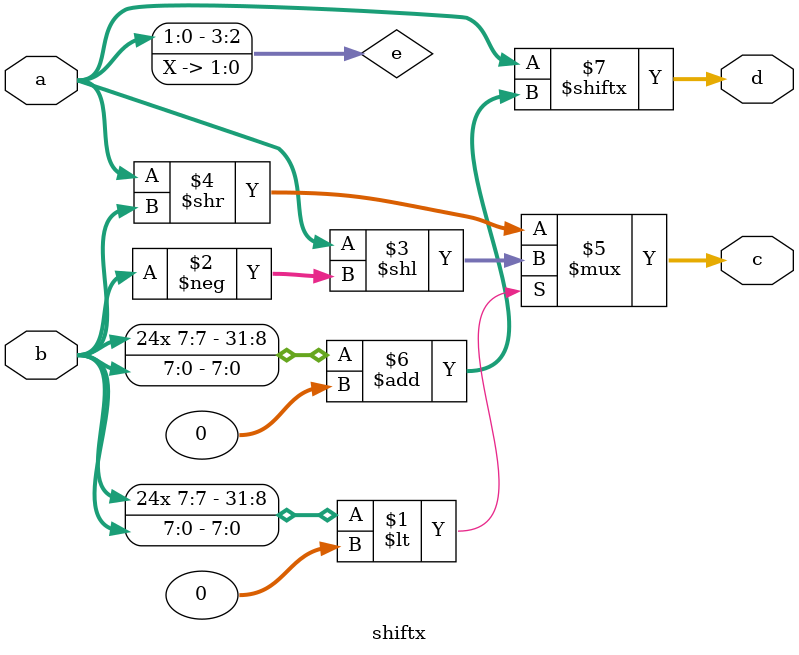
<source format=v>

module shiftx(input [7:0] a, input [7:0] b, output [7:0] c, output [7:0] d);

assign c = $signed(b) < 0 ? a << -b : a >> b;
assign d = a[$signed(b) +: 8];

wire [3:0] e = a[-2 +: 4];

endmodule


</source>
